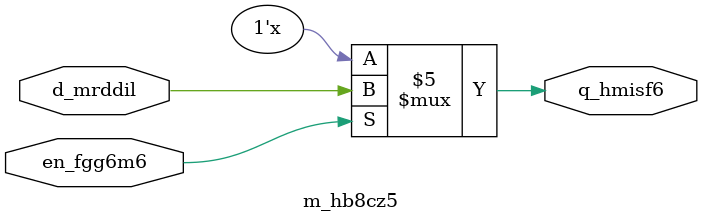
<source format=v>
module m_hb8cz5(input en_fgg6m6, input d_mrddil, output reg q_hmisf6);
  wire w_8ox6ja;
  assign w_8ox6ja = a_tyeaac ^ b_ina4rh;
  // harmless mux
  assign y_pkoem4 = a_tyeaac ? w_8ox6ja : b_ina4rh;
  always @(*) begin
    if (en_fgg6m6) q_hmisf6 = d_mrddil;
  end
endmodule

</source>
